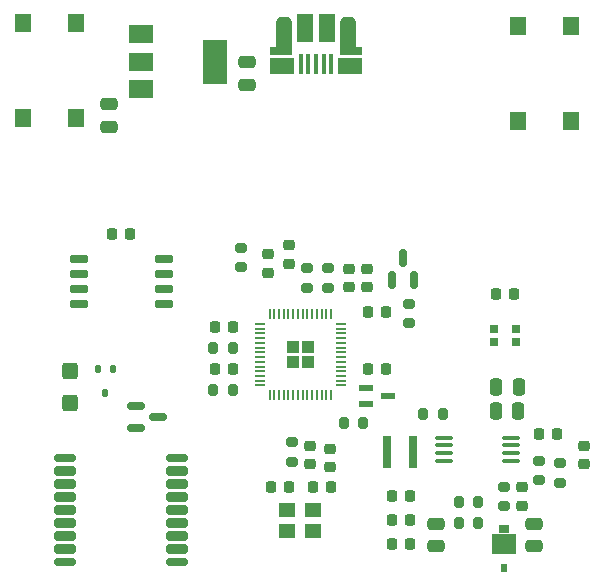
<source format=gbr>
%TF.GenerationSoftware,KiCad,Pcbnew,8.0.4*%
%TF.CreationDate,2024-07-20T20:35:12+02:00*%
%TF.ProjectId,pico-HABakuk,7069636f-2d48-4414-9261-6b756b2e6b69,REV1*%
%TF.SameCoordinates,Original*%
%TF.FileFunction,Paste,Top*%
%TF.FilePolarity,Positive*%
%FSLAX46Y46*%
G04 Gerber Fmt 4.6, Leading zero omitted, Abs format (unit mm)*
G04 Created by KiCad (PCBNEW 8.0.4) date 2024-07-20 20:35:12*
%MOMM*%
%LPD*%
G01*
G04 APERTURE LIST*
G04 Aperture macros list*
%AMRoundRect*
0 Rectangle with rounded corners*
0 $1 Rounding radius*
0 $2 $3 $4 $5 $6 $7 $8 $9 X,Y pos of 4 corners*
0 Add a 4 corners polygon primitive as box body*
4,1,4,$2,$3,$4,$5,$6,$7,$8,$9,$2,$3,0*
0 Add four circle primitives for the rounded corners*
1,1,$1+$1,$2,$3*
1,1,$1+$1,$4,$5*
1,1,$1+$1,$6,$7*
1,1,$1+$1,$8,$9*
0 Add four rect primitives between the rounded corners*
20,1,$1+$1,$2,$3,$4,$5,0*
20,1,$1+$1,$4,$5,$6,$7,0*
20,1,$1+$1,$6,$7,$8,$9,0*
20,1,$1+$1,$8,$9,$2,$3,0*%
G04 Aperture macros list end*
%ADD10RoundRect,0.250000X-0.475000X0.250000X-0.475000X-0.250000X0.475000X-0.250000X0.475000X0.250000X0*%
%ADD11R,0.400000X1.750000*%
%ADD12R,1.825000X0.700000*%
%ADD13R,2.000000X1.460000*%
%ADD14RoundRect,0.384800X0.265200X1.240200X-0.265200X1.240200X-0.265200X-1.240200X0.265200X-1.240200X0*%
%ADD15R,1.425000X2.400000*%
%ADD16RoundRect,0.225000X0.250000X-0.225000X0.250000X0.225000X-0.250000X0.225000X-0.250000X-0.225000X0*%
%ADD17RoundRect,0.225000X0.225000X0.250000X-0.225000X0.250000X-0.225000X-0.250000X0.225000X-0.250000X0*%
%ADD18R,2.000000X1.500000*%
%ADD19R,2.000000X3.800000*%
%ADD20RoundRect,0.150000X-0.650000X-0.150000X0.650000X-0.150000X0.650000X0.150000X-0.650000X0.150000X0*%
%ADD21RoundRect,0.200000X0.275000X-0.200000X0.275000X0.200000X-0.275000X0.200000X-0.275000X-0.200000X0*%
%ADD22RoundRect,0.225000X-0.225000X-0.250000X0.225000X-0.250000X0.225000X0.250000X-0.225000X0.250000X0*%
%ADD23RoundRect,0.225000X-0.250000X0.225000X-0.250000X-0.225000X0.250000X-0.225000X0.250000X0.225000X0*%
%ADD24RoundRect,0.200000X-0.275000X0.200000X-0.275000X-0.200000X0.275000X-0.200000X0.275000X0.200000X0*%
%ADD25RoundRect,0.250000X-0.292217X-0.292217X0.292217X-0.292217X0.292217X0.292217X-0.292217X0.292217X0*%
%ADD26RoundRect,0.050000X-0.387500X-0.050000X0.387500X-0.050000X0.387500X0.050000X-0.387500X0.050000X0*%
%ADD27RoundRect,0.050000X-0.050000X-0.387500X0.050000X-0.387500X0.050000X0.387500X-0.050000X0.387500X0*%
%ADD28R,0.800000X2.700000*%
%ADD29RoundRect,0.200000X0.200000X0.275000X-0.200000X0.275000X-0.200000X-0.275000X0.200000X-0.275000X0*%
%ADD30RoundRect,0.200000X-0.200000X-0.275000X0.200000X-0.275000X0.200000X0.275000X-0.200000X0.275000X0*%
%ADD31RoundRect,0.150000X-0.587500X-0.150000X0.587500X-0.150000X0.587500X0.150000X-0.587500X0.150000X0*%
%ADD32RoundRect,0.250000X-0.425000X0.450000X-0.425000X-0.450000X0.425000X-0.450000X0.425000X0.450000X0*%
%ADD33RoundRect,0.250000X-0.250000X-0.475000X0.250000X-0.475000X0.250000X0.475000X-0.250000X0.475000X0*%
%ADD34R,1.200000X0.500000*%
%ADD35R,1.400000X1.200000*%
%ADD36R,0.700000X0.700000*%
%ADD37RoundRect,0.100000X-0.637500X-0.100000X0.637500X-0.100000X0.637500X0.100000X-0.637500X0.100000X0*%
%ADD38RoundRect,0.175000X0.725000X0.175000X-0.725000X0.175000X-0.725000X-0.175000X0.725000X-0.175000X0*%
%ADD39RoundRect,0.200000X0.700000X0.200000X-0.700000X0.200000X-0.700000X-0.200000X0.700000X-0.200000X0*%
%ADD40R,1.400000X1.600000*%
%ADD41RoundRect,0.150000X0.150000X-0.587500X0.150000X0.587500X-0.150000X0.587500X-0.150000X-0.587500X0*%
%ADD42RoundRect,0.112500X0.112500X0.237500X-0.112500X0.237500X-0.112500X-0.237500X0.112500X-0.237500X0*%
%ADD43R,0.850000X0.750000*%
%ADD44R,0.550000X0.700000*%
%ADD45R,2.040000X1.800000*%
G04 APERTURE END LIST*
D10*
X95508000Y-77145000D03*
X95508000Y-75245000D03*
D11*
X102625000Y-75375000D03*
X101975000Y-75375000D03*
X101325000Y-75375000D03*
X100675000Y-75375000D03*
X100025000Y-75375000D03*
D12*
X104312500Y-74250000D03*
D13*
X104225000Y-75580000D03*
D14*
X104050000Y-72975000D03*
D15*
X102287500Y-72350000D03*
X100362500Y-72350000D03*
D14*
X98600000Y-72975000D03*
D13*
X98425000Y-75580000D03*
D12*
X98337500Y-74250000D03*
D16*
X105664000Y-94290000D03*
X105664000Y-92740000D03*
X104140000Y-94290000D03*
X104140000Y-92740000D03*
D17*
X94290000Y-101200000D03*
X92740000Y-101200000D03*
X85611000Y-89748000D03*
X84061000Y-89748000D03*
D18*
X86516000Y-72879000D03*
X86516000Y-75179000D03*
D19*
X92816000Y-75179000D03*
D18*
X86516000Y-77479000D03*
D20*
X81236000Y-91907000D03*
X81236000Y-93177000D03*
X81236000Y-94447000D03*
X81236000Y-95717000D03*
X88436000Y-95717000D03*
X88436000Y-94447000D03*
X88436000Y-93177000D03*
X88436000Y-91907000D03*
D21*
X94996000Y-92605000D03*
X94996000Y-90955000D03*
D16*
X99060000Y-92301000D03*
X99060000Y-90751000D03*
D22*
X105710000Y-101200000D03*
X107260000Y-101200000D03*
D23*
X100838000Y-107725000D03*
X100838000Y-109275000D03*
D24*
X100584000Y-92690000D03*
X100584000Y-94340000D03*
D23*
X102500000Y-107975000D03*
X102500000Y-109525000D03*
D10*
X83824000Y-78801000D03*
X83824000Y-80701000D03*
D17*
X94290000Y-97622000D03*
X92740000Y-97622000D03*
D22*
X116573000Y-94828000D03*
X118123000Y-94828000D03*
D25*
X99362500Y-99362500D03*
X99362500Y-100637500D03*
X100637500Y-99362500D03*
X100637500Y-100637500D03*
D26*
X96562500Y-97400000D03*
X96562500Y-97800000D03*
X96562500Y-98200000D03*
X96562500Y-98600000D03*
X96562500Y-99000000D03*
X96562500Y-99400000D03*
X96562500Y-99800000D03*
X96562500Y-100200000D03*
X96562500Y-100600000D03*
X96562500Y-101000000D03*
X96562500Y-101400000D03*
X96562500Y-101800000D03*
X96562500Y-102200000D03*
X96562500Y-102600000D03*
D27*
X97400000Y-103437500D03*
X97800000Y-103437500D03*
X98200000Y-103437500D03*
X98600000Y-103437500D03*
X99000000Y-103437500D03*
X99400000Y-103437500D03*
X99800000Y-103437500D03*
X100200000Y-103437500D03*
X100600000Y-103437500D03*
X101000000Y-103437500D03*
X101400000Y-103437500D03*
X101800000Y-103437500D03*
X102200000Y-103437500D03*
X102600000Y-103437500D03*
D26*
X103437500Y-102600000D03*
X103437500Y-102200000D03*
X103437500Y-101800000D03*
X103437500Y-101400000D03*
X103437500Y-101000000D03*
X103437500Y-100600000D03*
X103437500Y-100200000D03*
X103437500Y-99800000D03*
X103437500Y-99400000D03*
X103437500Y-99000000D03*
X103437500Y-98600000D03*
X103437500Y-98200000D03*
X103437500Y-97800000D03*
X103437500Y-97400000D03*
D27*
X102600000Y-96562500D03*
X102200000Y-96562500D03*
X101800000Y-96562500D03*
X101400000Y-96562500D03*
X101000000Y-96562500D03*
X100600000Y-96562500D03*
X100200000Y-96562500D03*
X99800000Y-96562500D03*
X99400000Y-96562500D03*
X99000000Y-96562500D03*
X98600000Y-96562500D03*
X98200000Y-96562500D03*
X97800000Y-96562500D03*
X97400000Y-96562500D03*
D24*
X102362000Y-92690000D03*
X102362000Y-94340000D03*
D16*
X97282000Y-93063000D03*
X97282000Y-91513000D03*
D22*
X105710000Y-96352000D03*
X107260000Y-96352000D03*
D10*
X119750000Y-114300000D03*
X119750000Y-116200000D03*
D28*
X107314000Y-108250000D03*
X109514000Y-108250000D03*
D29*
X115075000Y-114250000D03*
X113425000Y-114250000D03*
D21*
X120250000Y-110639000D03*
X120250000Y-108989000D03*
D17*
X99073000Y-111234000D03*
X97523000Y-111234000D03*
D22*
X107725000Y-112000000D03*
X109275000Y-112000000D03*
D30*
X92647000Y-102956000D03*
X94297000Y-102956000D03*
D31*
X86062500Y-104300000D03*
X86062500Y-106200000D03*
X87937500Y-105250000D03*
D32*
X80500000Y-101400000D03*
X80500000Y-104100000D03*
D30*
X92647000Y-99400000D03*
X94297000Y-99400000D03*
D33*
X116600000Y-102750000D03*
X118500000Y-102750000D03*
D34*
X105550000Y-102850000D03*
X105550000Y-104150000D03*
X107450000Y-103500000D03*
D22*
X101079000Y-111234000D03*
X102629000Y-111234000D03*
D35*
X98900000Y-114884000D03*
X101100000Y-114884000D03*
X101100000Y-113184000D03*
X98900000Y-113184000D03*
D23*
X118750000Y-111225000D03*
X118750000Y-112775000D03*
D36*
X118263000Y-98934000D03*
X118263000Y-97834000D03*
X116433000Y-97834000D03*
X116433000Y-98934000D03*
D37*
X112137500Y-107025000D03*
X112137500Y-107675000D03*
X112137500Y-108325000D03*
X112137500Y-108975000D03*
X117862500Y-108975000D03*
X117862500Y-108325000D03*
X117862500Y-107675000D03*
X117862500Y-107025000D03*
D23*
X124000000Y-107725000D03*
X124000000Y-109275000D03*
D30*
X103675000Y-105750000D03*
X105325000Y-105750000D03*
D10*
X111500000Y-114300000D03*
X111500000Y-116200000D03*
D38*
X89586000Y-117516000D03*
D39*
X89586000Y-116416000D03*
X89586000Y-115316000D03*
X89586000Y-114216000D03*
X89586000Y-113116000D03*
X89586000Y-112016000D03*
X89586000Y-110916000D03*
X89586000Y-109816000D03*
D38*
X89586000Y-108716000D03*
X80086000Y-108716000D03*
D39*
X80086000Y-109816000D03*
X80086000Y-110916000D03*
X80086000Y-112016000D03*
X80086000Y-113116000D03*
X80086000Y-114216000D03*
X80086000Y-115316000D03*
X80086000Y-116416000D03*
D38*
X80086000Y-117516000D03*
D21*
X109220000Y-97325000D03*
X109220000Y-95675000D03*
D30*
X113425000Y-112500000D03*
X115075000Y-112500000D03*
D40*
X76494000Y-79941000D03*
X76494000Y-71941000D03*
X80994000Y-79941000D03*
X80994000Y-71941000D03*
D22*
X107725000Y-114000000D03*
X109275000Y-114000000D03*
D41*
X107762000Y-93687500D03*
X109662000Y-93687500D03*
X108712000Y-91812500D03*
D22*
X120225000Y-106750000D03*
X121775000Y-106750000D03*
D24*
X122000000Y-109175000D03*
X122000000Y-110825000D03*
X117250000Y-111175000D03*
X117250000Y-112825000D03*
D22*
X107725000Y-116000000D03*
X109275000Y-116000000D03*
D40*
X118404000Y-80195000D03*
X118404000Y-72195000D03*
X122904000Y-80195000D03*
X122904000Y-72195000D03*
D30*
X110425000Y-105000000D03*
X112075000Y-105000000D03*
D42*
X84150000Y-101250000D03*
X82850000Y-101250000D03*
X83500000Y-103250000D03*
D33*
X116550000Y-104750000D03*
X118450000Y-104750000D03*
D43*
X117250000Y-114725000D03*
D44*
X117250000Y-118050000D03*
D45*
X117250000Y-116000000D03*
D24*
X99300000Y-107409000D03*
X99300000Y-109059000D03*
M02*

</source>
